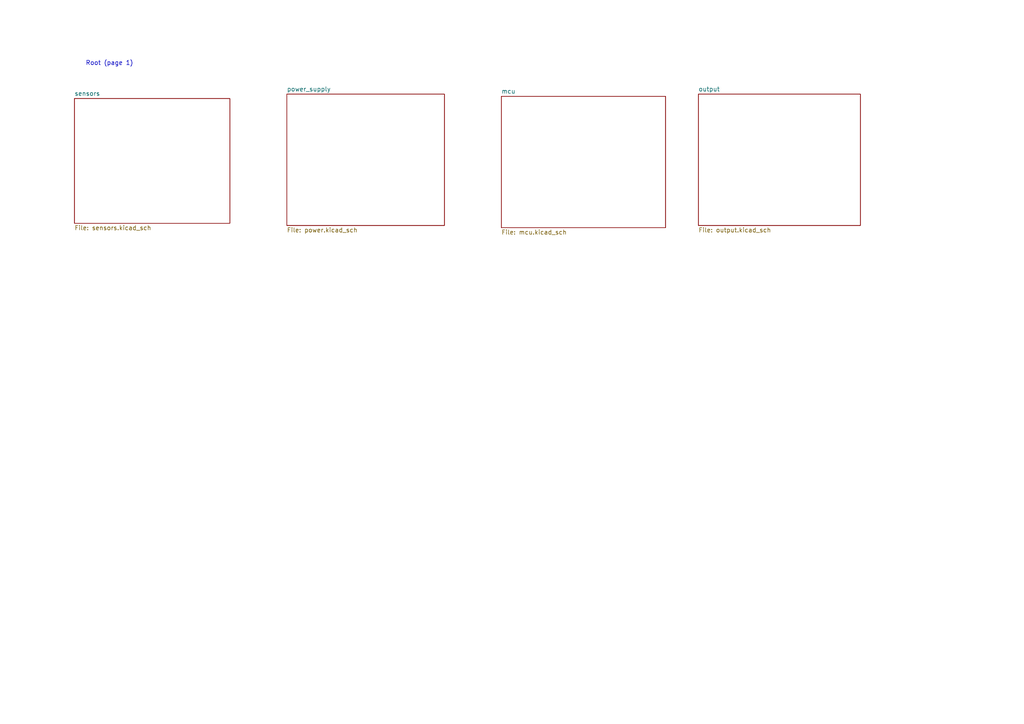
<source format=kicad_sch>
(kicad_sch
	(version 20250114)
	(generator "eeschema")
	(generator_version "9.0")
	(uuid "e1902c4a-c8d3-47e8-8764-2534e0bb1d7a")
	(paper "A4")
	(lib_symbols)
	(text "Root (page 1)"
		(exclude_from_sim no)
		(at 31.75 18.415 0)
		(effects
			(font
				(size 1.27 1.27)
			)
		)
		(uuid "bcd5f34a-ef80-40d1-bef6-591e126d915e")
	)
	(sheet
		(at 145.415 27.94)
		(size 47.625 38.1)
		(exclude_from_sim no)
		(in_bom yes)
		(on_board yes)
		(dnp no)
		(fields_autoplaced yes)
		(stroke
			(width 0.1524)
			(type solid)
		)
		(fill
			(color 0 0 0 0.0000)
		)
		(uuid "251e6f1a-d0e7-43b5-9ab3-0c223ac0f9a1")
		(property "Sheetname" "mcu"
			(at 145.415 27.2284 0)
			(effects
				(font
					(size 1.27 1.27)
				)
				(justify left bottom)
			)
		)
		(property "Sheetfile" "mcu.kicad_sch"
			(at 145.415 66.6246 0)
			(effects
				(font
					(size 1.27 1.27)
				)
				(justify left top)
			)
		)
		(instances
			(project "hwd_reactive"
				(path "/e1902c4a-c8d3-47e8-8764-2534e0bb1d7a"
					(page "4")
				)
			)
		)
	)
	(sheet
		(at 83.185 27.305)
		(size 45.72 38.1)
		(exclude_from_sim no)
		(in_bom yes)
		(on_board yes)
		(dnp no)
		(fields_autoplaced yes)
		(stroke
			(width 0.1524)
			(type solid)
		)
		(fill
			(color 0 0 0 0.0000)
		)
		(uuid "2d2419ef-eca4-4152-a4ca-42af1a3cafa1")
		(property "Sheetname" "power_supply"
			(at 83.185 26.5934 0)
			(effects
				(font
					(size 1.27 1.27)
				)
				(justify left bottom)
			)
		)
		(property "Sheetfile" "power.kicad_sch"
			(at 83.185 65.9896 0)
			(effects
				(font
					(size 1.27 1.27)
				)
				(justify left top)
			)
		)
		(instances
			(project "hwd_reactive"
				(path "/e1902c4a-c8d3-47e8-8764-2534e0bb1d7a"
					(page "3")
				)
			)
		)
	)
	(sheet
		(at 202.565 27.305)
		(size 46.99 38.1)
		(exclude_from_sim no)
		(in_bom yes)
		(on_board yes)
		(dnp no)
		(fields_autoplaced yes)
		(stroke
			(width 0.1524)
			(type solid)
		)
		(fill
			(color 0 0 0 0.0000)
		)
		(uuid "7192c99e-7ca5-41a4-821d-44a9c1b484f1")
		(property "Sheetname" "output"
			(at 202.565 26.5934 0)
			(effects
				(font
					(size 1.27 1.27)
				)
				(justify left bottom)
			)
		)
		(property "Sheetfile" "output.kicad_sch"
			(at 202.565 65.9896 0)
			(effects
				(font
					(size 1.27 1.27)
				)
				(justify left top)
			)
		)
		(instances
			(project "hwd_reactive"
				(path "/e1902c4a-c8d3-47e8-8764-2534e0bb1d7a"
					(page "5")
				)
			)
		)
	)
	(sheet
		(at 21.59 28.575)
		(size 45.085 36.195)
		(exclude_from_sim no)
		(in_bom yes)
		(on_board yes)
		(dnp no)
		(fields_autoplaced yes)
		(stroke
			(width 0.1524)
			(type solid)
		)
		(fill
			(color 0 0 0 0.0000)
		)
		(uuid "dcec704e-a929-485c-b91e-4d2adc4c3536")
		(property "Sheetname" "sensors"
			(at 21.59 27.8634 0)
			(effects
				(font
					(size 1.27 1.27)
				)
				(justify left bottom)
			)
		)
		(property "Sheetfile" "sensors.kicad_sch"
			(at 21.59 65.3546 0)
			(effects
				(font
					(size 1.27 1.27)
				)
				(justify left top)
			)
		)
		(instances
			(project "hwd_reactive"
				(path "/e1902c4a-c8d3-47e8-8764-2534e0bb1d7a"
					(page "2")
				)
			)
		)
	)
	(sheet_instances
		(path "/"
			(page "1")
		)
	)
	(embedded_fonts no)
)

</source>
